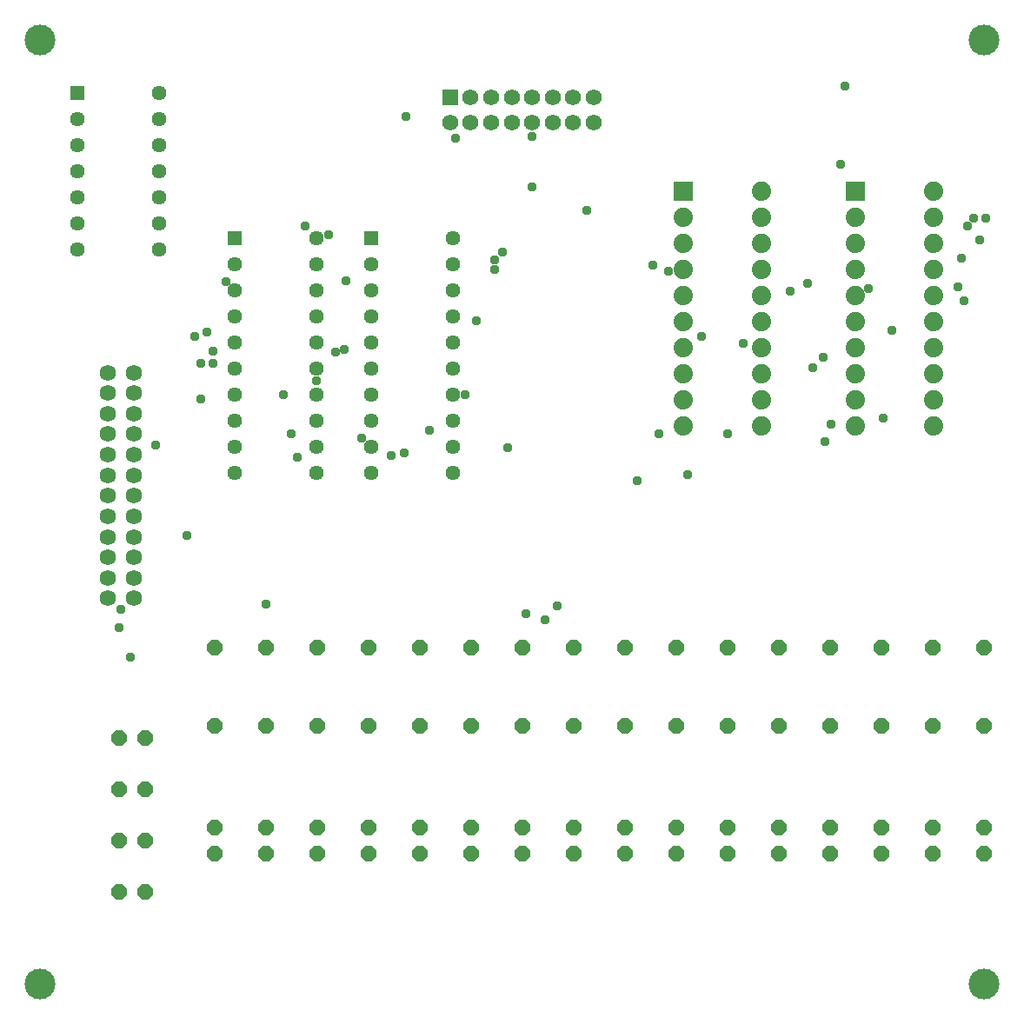
<source format=gbr>
G04 EAGLE Gerber RS-274X export*
G75*
%MOMM*%
%FSLAX34Y34*%
%LPD*%
%INSoldermask Top*%
%IPPOS*%
%AMOC8*
5,1,8,0,0,1.08239X$1,22.5*%
G01*
%ADD10R,1.441200X1.441200*%
%ADD11C,1.441200*%
%ADD12R,1.561200X1.561200*%
%ADD13C,1.561200*%
%ADD14R,1.879600X1.879600*%
%ADD15C,1.879600*%
%ADD16C,1.584200*%
%ADD17P,1.649562X8X112.500000*%
%ADD18P,1.649562X8X292.500000*%
%ADD19P,1.649562X8X22.500000*%
%ADD20C,3.003200*%
%ADD21C,0.959600*%


D10*
X229800Y766900D03*
D11*
X229800Y741500D03*
X229800Y716100D03*
X229800Y690700D03*
X229800Y665300D03*
X229800Y639900D03*
X229800Y614500D03*
X229800Y589100D03*
X229800Y563700D03*
X229800Y538300D03*
X309200Y538300D03*
X309200Y563700D03*
X309200Y589100D03*
X309200Y614500D03*
X309200Y639900D03*
X309200Y665300D03*
X309200Y690700D03*
X309200Y716100D03*
X309200Y741500D03*
X309200Y766900D03*
D10*
X362800Y766900D03*
D11*
X362800Y741500D03*
X362800Y716100D03*
X362800Y690700D03*
X362800Y665300D03*
X362800Y639900D03*
X362800Y614500D03*
X362800Y589100D03*
X362800Y563700D03*
X362800Y538300D03*
X442200Y538300D03*
X442200Y563700D03*
X442200Y589100D03*
X442200Y614500D03*
X442200Y639900D03*
X442200Y665300D03*
X442200Y690700D03*
X442200Y716100D03*
X442200Y741500D03*
X442200Y766900D03*
D12*
X439500Y903900D03*
D13*
X439500Y878900D03*
X459500Y903900D03*
X459500Y878900D03*
X479500Y903900D03*
X479500Y878900D03*
X499500Y903900D03*
X499500Y878900D03*
X519500Y903900D03*
X519500Y878900D03*
X539500Y903900D03*
X539500Y878900D03*
X559500Y903900D03*
X559500Y878900D03*
X579500Y903900D03*
X579500Y878900D03*
D14*
X834100Y812100D03*
D15*
X834100Y786700D03*
X834100Y761300D03*
X834100Y735900D03*
X834100Y710500D03*
X834100Y685100D03*
X834100Y659700D03*
X834100Y634300D03*
X834100Y608900D03*
X834100Y583500D03*
X910300Y583500D03*
X910300Y608900D03*
X910300Y634300D03*
X910300Y659700D03*
X910300Y685100D03*
X910300Y710500D03*
X910300Y735900D03*
X910300Y761300D03*
X910300Y786700D03*
X910300Y812100D03*
D14*
X666300Y812100D03*
D15*
X666300Y786700D03*
X666300Y761300D03*
X666300Y735900D03*
X666300Y710500D03*
X666300Y685100D03*
X666300Y659700D03*
X666300Y634300D03*
X666300Y608900D03*
X666300Y583500D03*
X742500Y583500D03*
X742500Y608900D03*
X742500Y634300D03*
X742500Y659700D03*
X742500Y685100D03*
X742500Y710500D03*
X742500Y735900D03*
X742500Y761300D03*
X742500Y786700D03*
X742500Y812100D03*
D10*
X76900Y907800D03*
D11*
X76900Y882400D03*
X76900Y857000D03*
X76900Y831600D03*
X76900Y806200D03*
X76900Y780800D03*
X76900Y755400D03*
X156300Y755400D03*
X156300Y780800D03*
X156300Y806200D03*
X156300Y831600D03*
X156300Y857000D03*
X156300Y882400D03*
X156300Y907800D03*
D16*
X106600Y415700D03*
X131600Y415700D03*
X106600Y435700D03*
X131600Y435700D03*
X106600Y455700D03*
X131600Y455700D03*
X106600Y475700D03*
X131600Y475700D03*
X106600Y495700D03*
X131600Y495700D03*
X106600Y515700D03*
X131600Y515700D03*
X106600Y535700D03*
X131600Y535700D03*
X106600Y555700D03*
X131600Y555700D03*
X106600Y575700D03*
X131600Y575700D03*
X106600Y595700D03*
X131600Y595700D03*
X106600Y615700D03*
X131600Y615700D03*
X106600Y635700D03*
X131600Y635700D03*
D17*
X910000Y291900D03*
X910000Y368100D03*
X860000Y291900D03*
X860000Y368100D03*
X810000Y291900D03*
X810000Y368100D03*
X760000Y291900D03*
X760000Y368100D03*
X710000Y291900D03*
X710000Y368100D03*
X660000Y291900D03*
X660000Y368100D03*
X610000Y291900D03*
X610000Y368100D03*
X560000Y291900D03*
X560000Y368100D03*
X510000Y291900D03*
X510000Y368100D03*
X460000Y291900D03*
X460000Y368100D03*
X410000Y291900D03*
X410000Y368100D03*
X360000Y291900D03*
X360000Y368100D03*
X310000Y291900D03*
X310000Y368100D03*
X260000Y291900D03*
X260000Y368100D03*
X210000Y291900D03*
X210000Y368100D03*
X960000Y291900D03*
X960000Y368100D03*
D18*
X910000Y192700D03*
X910000Y167300D03*
X860000Y192700D03*
X860000Y167300D03*
X810000Y192700D03*
X810000Y167300D03*
X760000Y192700D03*
X760000Y167300D03*
X710000Y192700D03*
X710000Y167300D03*
X660000Y192700D03*
X660000Y167300D03*
X610000Y192700D03*
X610000Y167300D03*
X560000Y192700D03*
X560000Y167300D03*
X510000Y192700D03*
X510000Y167300D03*
X460000Y192700D03*
X460000Y167300D03*
X410000Y192700D03*
X410000Y167300D03*
X360000Y192700D03*
X360000Y167300D03*
X310000Y192700D03*
X310000Y167300D03*
X260000Y192700D03*
X260000Y167300D03*
X210000Y192700D03*
X210000Y167300D03*
X960000Y192700D03*
X960000Y167300D03*
D19*
X117300Y280000D03*
X142700Y280000D03*
X117300Y230000D03*
X142700Y230000D03*
X117300Y180000D03*
X142700Y180000D03*
X117300Y130000D03*
X142700Y130000D03*
D20*
X40000Y40000D03*
X960000Y40000D03*
X960000Y960000D03*
X40000Y960000D03*
D21*
X182880Y477012D03*
X382524Y554736D03*
X495300Y562356D03*
X792480Y640080D03*
X803148Y650748D03*
X787908Y722376D03*
X309372Y627888D03*
X336804Y658368D03*
X208788Y644652D03*
X277368Y614172D03*
X454152Y614172D03*
X419100Y579120D03*
X152400Y565404D03*
X196596Y609600D03*
X196596Y644652D03*
X208788Y656844D03*
X118872Y405384D03*
X445008Y864108D03*
X637032Y740664D03*
X483108Y745236D03*
X621792Y530352D03*
X643128Y576072D03*
X725424Y664464D03*
X483108Y736092D03*
X652272Y734568D03*
X220980Y723900D03*
X128016Y358140D03*
X464820Y685800D03*
X573024Y794004D03*
X670560Y536448D03*
X710184Y576072D03*
X202692Y675132D03*
X298704Y778764D03*
X117348Y387096D03*
X190500Y670560D03*
X847344Y717804D03*
X260604Y409956D03*
X771144Y714756D03*
X291084Y553212D03*
X327660Y655320D03*
X321564Y769620D03*
X819912Y838200D03*
X338328Y725424D03*
X396240Y885444D03*
X937260Y746760D03*
X861060Y591312D03*
X870204Y676656D03*
X490728Y752856D03*
X810768Y585216D03*
X519684Y816864D03*
X519684Y865632D03*
X961644Y786384D03*
X684276Y670560D03*
X804672Y568452D03*
X955548Y765048D03*
X353568Y571500D03*
X513588Y400812D03*
X824484Y914400D03*
X949452Y786384D03*
X940308Y705612D03*
X394716Y557784D03*
X544068Y408432D03*
X943356Y778764D03*
X934212Y719328D03*
X531876Y394716D03*
X284988Y576072D03*
M02*

</source>
